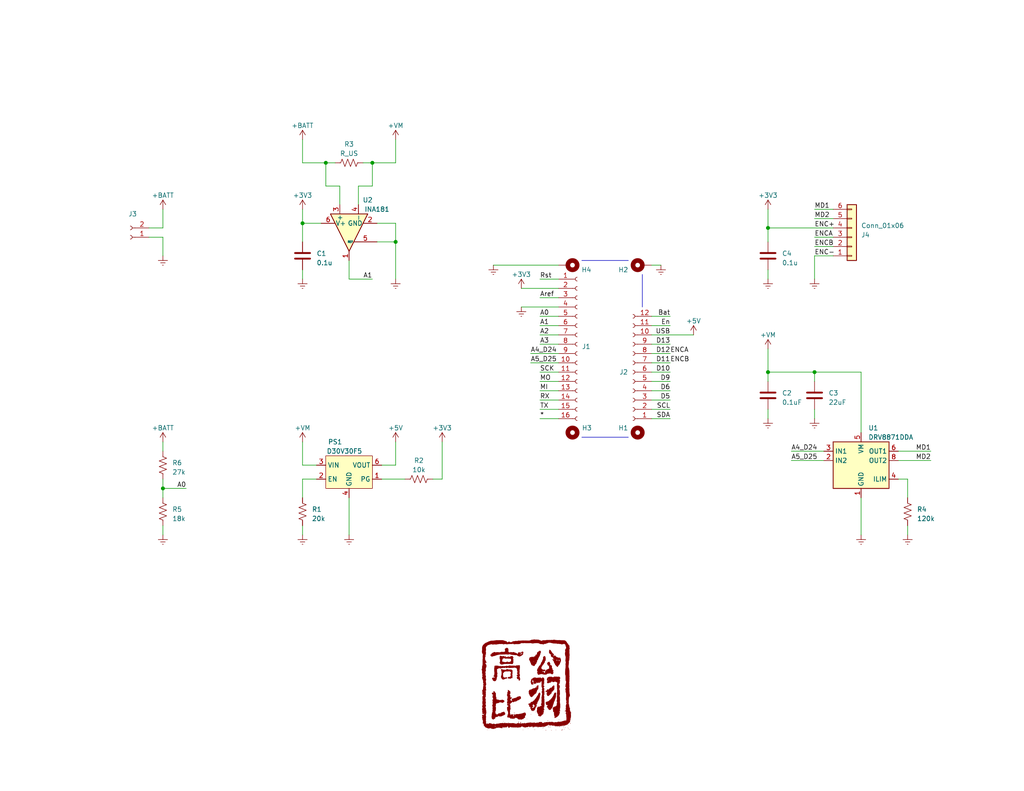
<source format=kicad_sch>
(kicad_sch (version 20230121) (generator eeschema)
  (paper "USLetter")
  (lib_symbols
    (symbol "Amplifier_Current:INA181" (pin_names (offset 0.127))
      (property "Reference" "U" (at 3.81 3.81 0))
      (property "Value" "INA181" (at 3.81 -2.54 0))
      (symbol "INA181_1_1"
        (pin output line (at 7.62 0 180) (length 2.54) (name "~") (number "1"))
        (pin power_in line (at -2.54 -7.62 90) (length 3.81) (name "GND") (number "2"))
        (pin input line (at -7.62 2.54 0) (length 2.54) (name "+") (number "3"))
        (pin input line (at -7.62 -2.54 0) (length 2.54) (name "-") (number "4"))
        (pin input line (at 2.54 -7.62 90) (length 6.35) (name "REF") (number "5"))
        (pin power_in line (at -2.54 7.62 270) (length 3.81) (name "V+") (number "6"))
      )
    )
    (symbol "Connector:Conn_01x02_Socket" (pin_names (offset 1.016) hide)
      (property "Reference" "J" (at 0 2.54 0))
      (property "Value" "Conn_01x02_Socket" (at 0 -5.08 0))
      (symbol "Conn_01x02_Socket_1_1"
        (pin passive line (at -5.08 0 0) (length 3.81) (name "Pin_1") (number "1"))
        (pin passive line (at -5.08 -2.54 0) (length 3.81) (name "Pin_2") (number "2"))
      )
    )
    (symbol "Connector:Conn_01x12_Socket" (pin_names (offset 1.016) hide)
      (property "Reference" "J" (at 0 15.24 0))
      (property "Value" "Conn_01x12_Socket" (at 0 -17.78 0))
      (symbol "Conn_01x12_Socket_1_1"
        (pin passive line (at -5.08 12.7 0) (length 3.81) (name "Pin_1") (number "1"))
        (pin passive line (at -5.08 -10.16 0) (length 3.81) (name "Pin_10") (number "10"))
        (pin passive line (at -5.08 -12.7 0) (length 3.81) (name "Pin_11") (number "11"))
        (pin passive line (at -5.08 -15.24 0) (length 3.81) (name "Pin_12") (number "12"))
        (pin passive line (at -5.08 10.16 0) (length 3.81) (name "Pin_2") (number "2"))
        (pin passive line (at -5.08 7.62 0) (length 3.81) (name "Pin_3") (number "3"))
        (pin passive line (at -5.08 5.08 0) (length 3.81) (name "Pin_4") (number "4"))
        (pin passive line (at -5.08 2.54 0) (length 3.81) (name "Pin_5") (number "5"))
        (pin passive line (at -5.08 0 0) (length 3.81) (name "Pin_6") (number "6"))
        (pin passive line (at -5.08 -2.54 0) (length 3.81) (name "Pin_7") (number "7"))
        (pin passive line (at -5.08 -5.08 0) (length 3.81) (name "Pin_8") (number "8"))
        (pin passive line (at -5.08 -7.62 0) (length 3.81) (name "Pin_9") (number "9"))
      )
    )
    (symbol "Connector:Conn_01x16_Socket" (pin_names (offset 1.016) hide)
      (property "Reference" "J" (at 0 20.32 0))
      (property "Value" "Conn_01x16_Socket" (at 0 -22.86 0))
      (symbol "Conn_01x16_Socket_1_1"
        (pin passive line (at -5.08 17.78 0) (length 3.81) (name "Pin_1") (number "1"))
        (pin passive line (at -5.08 -5.08 0) (length 3.81) (name "Pin_10") (number "10"))
        (pin passive line (at -5.08 -7.62 0) (length 3.81) (name "Pin_11") (number "11"))
        (pin passive line (at -5.08 -10.16 0) (length 3.81) (name "Pin_12") (number "12"))
        (pin passive line (at -5.08 -12.7 0) (length 3.81) (name "Pin_13") (number "13"))
        (pin passive line (at -5.08 -15.24 0) (length 3.81) (name "Pin_14") (number "14"))
        (pin passive line (at -5.08 -17.78 0) (length 3.81) (name "Pin_15") (number "15"))
        (pin passive line (at -5.08 -20.32 0) (length 3.81) (name "Pin_16") (number "16"))
        (pin passive line (at -5.08 15.24 0) (length 3.81) (name "Pin_2") (number "2"))
        (pin passive line (at -5.08 12.7 0) (length 3.81) (name "Pin_3") (number "3"))
        (pin passive line (at -5.08 10.16 0) (length 3.81) (name "Pin_4") (number "4"))
        (pin passive line (at -5.08 7.62 0) (length 3.81) (name "Pin_5") (number "5"))
        (pin passive line (at -5.08 5.08 0) (length 3.81) (name "Pin_6") (number "6"))
        (pin passive line (at -5.08 2.54 0) (length 3.81) (name "Pin_7") (number "7"))
        (pin passive line (at -5.08 0 0) (length 3.81) (name "Pin_8") (number "8"))
        (pin passive line (at -5.08 -2.54 0) (length 3.81) (name "Pin_9") (number "9"))
      )
    )
    (symbol "Connector_Generic:Conn_01x06" (pin_names (offset 1.016) hide)
      (property "Reference" "J" (at 0 7.62 0))
      (property "Value" "Conn_01x06" (at 0 -10.16 0))
      (symbol "Conn_01x06_1_1"
        (pin passive line (at -5.08 5.08 0) (length 3.81) (name "Pin_1") (number "1"))
        (pin passive line (at -5.08 2.54 0) (length 3.81) (name "Pin_2") (number "2"))
        (pin passive line (at -5.08 0 0) (length 3.81) (name "Pin_3") (number "3"))
        (pin passive line (at -5.08 -2.54 0) (length 3.81) (name "Pin_4") (number "4"))
        (pin passive line (at -5.08 -5.08 0) (length 3.81) (name "Pin_5") (number "5"))
        (pin passive line (at -5.08 -7.62 0) (length 3.81) (name "Pin_6") (number "6"))
      )
    )
    (symbol "Device:C" (pin_numbers hide) (pin_names (offset 0.254))
      (property "Reference" "C" (at 0.635 2.54 0))
      (property "Value" "C" (at 0.635 -2.54 0))
      (symbol "C_1_1"
        (pin passive line (at 0 3.81 270) (length 2.794) (name "~") (number "1"))
        (pin passive line (at 0 -3.81 90) (length 2.794) (name "~") (number "2"))
      )
    )
    (symbol "Device:R_US" (pin_numbers hide) (pin_names (offset 0))
      (property "Reference" "R" (at 2.54 0 90))
      (property "Value" "R_US" (at -2.54 0 90))
      (symbol "R_US_1_1"
        (pin passive line (at 0 3.81 270) (length 1.27) (name "~") (number "1"))
        (pin passive line (at 0 -3.81 90) (length 1.27) (name "~") (number "2"))
      )
    )
    (symbol "Driver_Motor:DRV8871DDA"
      (property "Reference" "U" (at -6.35 6.35 0))
      (property "Value" "DRV8871DDA" (at 8.89 6.35 0))
      (symbol "DRV8871DDA_1_1"
        (pin power_in line (at 0 -10.16 90) (length 2.54) (name "GND") (number "1"))
        (pin input line (at -10.16 0 0) (length 2.54) (name "IN2") (number "2"))
        (pin input line (at -10.16 2.54 0) (length 2.54) (name "IN1") (number "3"))
        (pin passive line (at 10.16 -5.08 180) (length 2.54) (name "ILIM") (number "4"))
        (pin power_in line (at 0 7.62 270) (length 2.54) (name "VM") (number "5"))
        (pin output line (at 10.16 2.54 180) (length 2.54) (name "OUT1") (number "6"))
        (pin passive line (at 0 -10.16 90) (length 2.54) hide (name "GND") (number "7"))
        (pin output line (at 10.16 0 180) (length 2.54) (name "OUT2") (number "8"))
        (pin passive line (at 0 -10.16 90) (length 2.54) hide (name "GND") (number "9"))
      )
    )
    (symbol "Mechanical:MountingHole" (pin_names (offset 1.016))
      (property "Reference" "H" (at 0 5.08 0))
      (property "Value" "MountingHole" (at 0 3.175 0))
    )
    (symbol "Mechanical:MountingHole_Pad" (pin_numbers hide) (pin_names (offset 1.016) hide)
      (property "Reference" "H" (at 0 6.35 0))
      (property "Value" "MountingHole_Pad" (at 0 4.445 0))
      (symbol "MountingHole_Pad_1_1"
        (pin input line (at 0 -2.54 90) (length 2.54) (name "1") (number "1"))
      )
    )
    (symbol "power:+3V3" (power) (pin_names (offset 0))
      (property "Value" "+3V3" (at 0 3.556 0))
      (symbol "+3V3_1_1"
        (pin power_in line (at 0 0 90) (length 0) hide (name "+3V3") (number "1"))
      )
    )
    (symbol "power:+5V" (power) (pin_names (offset 0))
      (property "Value" "+5V" (at 0 3.556 0))
      (symbol "+5V_1_1"
        (pin power_in line (at 0 0 90) (length 0) hide (name "+5V") (number "1"))
      )
    )
    (symbol "power:+BATT" (power) (pin_names (offset 0))
      (property "Value" "+BATT" (at 0 3.556 0))
      (symbol "+BATT_1_1"
        (pin power_in line (at 0 0 90) (length 0) hide (name "+BATT") (number "1"))
      )
    )
    (symbol "power:GNDREF" (power) (pin_names (offset 0))
      (property "Value" "GNDREF" (at 0 -3.81 0))
      (symbol "GNDREF_1_1"
        (pin power_in line (at 0 0 270) (length 0) hide (name "GNDREF") (number "1"))
      )
    )
    (symbol "trainwing_symbols:+VM" (power) (in_bom no) (on_board no)
      (property "Value" "+VM" (at 0 3.556 0))
      (symbol "+VM_1_1"
        (pin power_in line (at 0 0 90) (length 0) hide (name "+VM") (number "1"))
      )
    )
    (symbol "trainwing_symbols:D30V30F5"
      (property "Reference" "PS" (at -5.08 5.08 0))
      (symbol "D30V30F5_1_1"
        (pin output line (at 8.89 -2.54 180) (length 2.54) (name "PG") (number "1"))
        (pin input line (at -8.89 -2.54 0) (length 2.54) (name "EN") (number "2"))
        (pin power_in line (at -8.89 1.27 0) (length 2.54) (name "VIN") (number "3"))
        (pin passive line (at 0 -7.62 90) (length 2.54) (name "GND") (number "4"))
        (pin power_out line (at 8.89 1.27 180) (length 2.54) (name "VOUT") (number "6"))
      )
    )
    (symbol "trainwing_symbols:LOGO" (pin_names (offset 1.016)))
  )
  (junction (at 88.9 44.45))
  (junction (at 101.6 44.45))
  (junction (at 209.55 62.23))
  (junction (at 209.55 101.6))
  (junction (at 44.45 133.35))
  (junction (at 107.95 66.04))
  (junction (at 222.25 101.6))
  (junction (at 82.55 60.96))
  (wire (pts (xy 222.25 69.85) (xy 227.33 69.85)))
  (wire (pts (xy 182.88 114.3) (xy 177.8 114.3)))
  (wire (pts (xy 234.95 101.6) (xy 234.95 118.11)))
  (wire (pts (xy 147.32 76.2) (xy 152.4 76.2)))
  (wire (pts (xy 215.9 123.19) (xy 224.79 123.19)))
  (wire (pts (xy 222.25 67.31) (xy 227.33 67.31)))
  (wire (pts (xy 82.55 143.51) (xy 82.55 146.05)))
  (wire (pts (xy 40.64 62.23) (xy 44.45 62.23)))
  (wire (pts (xy 107.95 66.04) (xy 107.95 76.2)))
  (wire (pts (xy 82.55 38.1) (xy 82.55 44.45)))
  (wire (pts (xy 209.55 95.25) (xy 209.55 101.6)))
  (wire (pts (xy 182.88 104.14) (xy 177.8 104.14)))
  (wire (pts (xy 182.88 93.98) (xy 177.8 93.98)))
  (wire (pts (xy 44.45 62.23) (xy 44.45 57.15)))
  (wire (pts (xy 182.88 111.76) (xy 177.8 111.76)))
  (wire (pts (xy 107.95 120.65) (xy 107.95 127)))
  (wire (pts (xy 209.55 57.15) (xy 209.55 62.23)))
  (wire (pts (xy 144.78 99.06) (xy 152.4 99.06)))
  (wire (pts (xy 234.95 135.89) (xy 234.95 146.05)))
  (wire (pts (xy 177.8 72.39) (xy 180.34 72.39)))
  (polyline (pts (xy 158.75 71.12) (xy 171.45 71.12)))
  (wire (pts (xy 209.55 114.3) (xy 209.55 111.76)))
  (wire (pts (xy 222.25 101.6) (xy 234.95 101.6)))
  (wire (pts (xy 147.32 114.3) (xy 152.4 114.3)))
  (wire (pts (xy 86.36 130.81) (xy 82.55 130.81)))
  (wire (pts (xy 147.32 91.44) (xy 152.4 91.44)))
  (wire (pts (xy 142.24 83.82) (xy 152.4 83.82)))
  (wire (pts (xy 87.63 60.96) (xy 82.55 60.96)))
  (wire (pts (xy 147.32 109.22) (xy 152.4 109.22)))
  (wire (pts (xy 101.6 44.45) (xy 99.06 44.45)))
  (wire (pts (xy 107.95 127) (xy 104.14 127)))
  (wire (pts (xy 147.32 104.14) (xy 152.4 104.14)))
  (wire (pts (xy 88.9 44.45) (xy 91.44 44.45)))
  (wire (pts (xy 147.32 81.28) (xy 152.4 81.28)))
  (wire (pts (xy 222.25 76.2) (xy 222.25 69.85)))
  (polyline (pts (xy 175.26 74.93) (xy 175.26 83.82)))
  (wire (pts (xy 44.45 146.05) (xy 44.45 143.51)))
  (wire (pts (xy 182.88 106.68) (xy 177.8 106.68)))
  (wire (pts (xy 44.45 130.81) (xy 44.45 133.35)))
  (wire (pts (xy 44.45 133.35) (xy 44.45 135.89)))
  (wire (pts (xy 147.32 111.76) (xy 152.4 111.76)))
  (wire (pts (xy 120.65 130.81) (xy 118.11 130.81)))
  (wire (pts (xy 222.25 104.14) (xy 222.25 101.6)))
  (wire (pts (xy 82.55 44.45) (xy 88.9 44.45)))
  (wire (pts (xy 222.25 114.3) (xy 222.25 111.76)))
  (wire (pts (xy 82.55 127) (xy 86.36 127)))
  (wire (pts (xy 44.45 133.35) (xy 50.8 133.35)))
  (wire (pts (xy 142.24 78.74) (xy 152.4 78.74)))
  (wire (pts (xy 92.71 55.88) (xy 92.71 50.8)))
  (wire (pts (xy 222.25 57.15) (xy 227.33 57.15)))
  (wire (pts (xy 44.45 123.19) (xy 44.45 120.65)))
  (wire (pts (xy 209.55 104.14) (xy 209.55 101.6)))
  (wire (pts (xy 182.88 99.06) (xy 177.8 99.06)))
  (wire (pts (xy 147.32 93.98) (xy 152.4 93.98)))
  (wire (pts (xy 102.87 60.96) (xy 107.95 60.96)))
  (wire (pts (xy 215.9 125.73) (xy 224.79 125.73)))
  (wire (pts (xy 97.79 55.88) (xy 97.79 50.8)))
  (wire (pts (xy 247.65 135.89) (xy 247.65 130.81)))
  (wire (pts (xy 247.65 143.51) (xy 247.65 146.05)))
  (wire (pts (xy 88.9 50.8) (xy 88.9 44.45)))
  (wire (pts (xy 104.14 130.81) (xy 110.49 130.81)))
  (wire (pts (xy 107.95 38.1) (xy 107.95 44.45)))
  (wire (pts (xy 147.32 88.9) (xy 152.4 88.9)))
  (wire (pts (xy 82.55 60.96) (xy 82.55 66.04)))
  (wire (pts (xy 82.55 120.65) (xy 82.55 127)))
  (wire (pts (xy 82.55 73.66) (xy 82.55 76.2)))
  (wire (pts (xy 95.25 76.2) (xy 101.6 76.2)))
  (wire (pts (xy 82.55 57.15) (xy 82.55 60.96)))
  (wire (pts (xy 82.55 130.81) (xy 82.55 135.89)))
  (wire (pts (xy 182.88 109.22) (xy 177.8 109.22)))
  (wire (pts (xy 147.32 106.68) (xy 152.4 106.68)))
  (wire (pts (xy 101.6 50.8) (xy 101.6 44.45)))
  (wire (pts (xy 222.25 59.69) (xy 227.33 59.69)))
  (wire (pts (xy 245.11 125.73) (xy 254 125.73)))
  (wire (pts (xy 144.78 96.52) (xy 152.4 96.52)))
  (wire (pts (xy 182.88 96.52) (xy 177.8 96.52)))
  (wire (pts (xy 182.88 88.9) (xy 177.8 88.9)))
  (wire (pts (xy 95.25 71.12) (xy 95.25 76.2)))
  (wire (pts (xy 222.25 101.6) (xy 209.55 101.6)))
  (wire (pts (xy 245.11 123.19) (xy 254 123.19)))
  (wire (pts (xy 107.95 66.04) (xy 102.87 66.04)))
  (wire (pts (xy 44.45 64.77) (xy 44.45 69.85)))
  (wire (pts (xy 107.95 44.45) (xy 101.6 44.45)))
  (wire (pts (xy 182.88 86.36) (xy 177.8 86.36)))
  (wire (pts (xy 95.25 135.89) (xy 95.25 146.05)))
  (wire (pts (xy 134.62 72.39) (xy 152.4 72.39)))
  (wire (pts (xy 182.88 101.6) (xy 177.8 101.6)))
  (wire (pts (xy 120.65 120.65) (xy 120.65 130.81)))
  (wire (pts (xy 107.95 60.96) (xy 107.95 66.04)))
  (wire (pts (xy 177.8 91.44) (xy 189.23 91.44)))
  (wire (pts (xy 97.79 50.8) (xy 101.6 50.8)))
  (polyline (pts (xy 158.75 119.38) (xy 171.45 119.38)))
  (wire (pts (xy 209.55 62.23) (xy 227.33 62.23)))
  (wire (pts (xy 247.65 130.81) (xy 245.11 130.81)))
  (wire (pts (xy 209.55 76.2) (xy 209.55 73.66)))
  (wire (pts (xy 147.32 86.36) (xy 152.4 86.36)))
  (wire (pts (xy 222.25 64.77) (xy 227.33 64.77)))
  (wire (pts (xy 92.71 50.8) (xy 88.9 50.8)))
  (wire (pts (xy 147.32 101.6) (xy 152.4 101.6)))
  (wire (pts (xy 209.55 66.04) (xy 209.55 62.23)))
  (wire (pts (xy 40.64 64.77) (xy 44.45 64.77)))
  (label "SDA" (at 182.88 114.3 180))
  (label "A5_D25" (at 144.78 99.06 0))
  (label "D11" (at 182.88 99.06 180))
  (label "ENC+" (at 222.25 62.23 0))
  (label "Bat" (at 182.88 86.36 180))
  (label "A1" (at 101.6 76.2 180))
  (label "A4_D24" (at 144.78 96.52 0))
  (label "SCK" (at 147.32 101.6 0))
  (label "A5_D25" (at 215.9 125.73 0))
  (label "SCL" (at 182.88 111.76 180))
  (label "D6" (at 182.88 106.68 180))
  (label "ENCB" (at 222.25 67.31 0))
  (label "MD1" (at 222.25 57.15 0))
  (label "*" (at 147.32 114.3 0))
  (label "ENC-" (at 222.25 69.85 0))
  (label "MD2" (at 254 125.73 180))
  (label "A0" (at 147.32 86.36 0))
  (label "TX" (at 147.32 111.76 0))
  (label "ENCA" (at 182.88 96.52 0))
  (label "Aref" (at 147.32 81.28 0))
  (label "Rst" (at 147.32 76.2 0))
  (label "MI" (at 147.32 106.68 0))
  (label "D9" (at 182.88 104.14 180))
  (label "ENCA" (at 222.25 64.77 0))
  (label "A3" (at 147.32 93.98 0))
  (label "RX" (at 147.32 109.22 0))
  (label "A2" (at 147.32 91.44 0))
  (label "MD1" (at 254 123.19 180))
  (label "MO" (at 147.32 104.14 0))
  (label "USB" (at 182.88 91.44 180))
  (label "D5" (at 182.88 109.22 180))
  (label "D12" (at 182.88 96.52 180))
  (label "A1" (at 147.32 88.9 0))
  (label "MD2" (at 222.25 59.69 0))
  (label "A0" (at 50.8 133.35 180))
  (label "ENCB" (at 182.88 99.06 0))
  (label "D13" (at 182.88 93.98 180))
  (label "D10" (at 182.88 101.6 180))
  (label "En" (at 182.88 88.9 180))
  (label "A4_D24" (at 215.9 123.19 0))
  (symbol (lib_id "power:GNDREF") (at 234.95 146.05 0) (unit 1)
    (property "Reference" "#PWR011" (effects hide))
    (property "Value" "GNDREF" (effects hide))
  )
  (symbol (lib_id "Mechanical:MountingHole_Pad") (at 154.94 72.39 270) (mirror x) (unit 1)
    (property "Reference" "H4" (at 160.02 73.66 90))
    (property "Value" "MountingHole_Pad" (effects hide))
    (property "Footprint" "Trainwing:MountingHole_2.55mm_Pad_TopBottom" (effects hide))
  )
  (symbol (lib_id "power:GNDREF") (at 180.34 72.39 0) (unit 1)
    (property "Reference" "#PWR01" (effects hide))
    (property "Value" "GNDREF" (effects hide))
  )
  (symbol (lib_id "power:GNDREF") (at 95.25 146.05 0) (unit 1)
    (property "Reference" "#PWR05" (effects hide))
    (property "Value" "GNDREF" (effects hide))
  )
  (symbol (lib_id "power:GNDREF") (at 222.25 114.3 0) (unit 1)
    (property "Reference" "#PWR017" (effects hide))
    (property "Value" "GNDREF" (effects hide))
  )
  (symbol (lib_id "power:GNDREF") (at 209.55 76.2 0) (unit 1)
    (property "Reference" "#PWR024" (effects hide))
    (property "Value" "GNDREF" (effects hide))
  )
  (symbol (lib_id "Device:R_US") (at 247.65 139.7 0) (unit 1)
    (property "Reference" "R4" (at 250.19 139.065 0) (effects (justify left)))
    (property "Value" "120k" (at 250.19 141.605 0) (effects (justify left)))
    (property "Footprint" "Resistor_SMD:R_0805_2012Metric_Pad1.20x1.40mm_HandSolder" (effects hide))
  )
  (symbol (lib_id "Device:R_US") (at 95.25 44.45 90) (unit 1)
    (property "Reference" "R3" (at 95.25 39.37 90))
    (property "Value" "R_US" (at 95.25 41.91 90))
  )
  (symbol (lib_id "power:GNDREF") (at 107.95 76.2 0) (unit 1)
    (property "Reference" "#PWR010" (effects hide))
    (property "Value" "GNDREF" (effects hide))
  )
  (symbol (lib_id "power:+5V") (at 189.23 91.44 0) (unit 1)
    (property "Reference" "#PWR021" (effects hide))
    (property "Value" "+5V" (at 189.23 87.63 0))
  )
  (symbol (lib_id "Connector:Conn_01x16_Socket") (at 157.48 93.98 0) (unit 1)
    (property "Reference" "J1" (at 158.75 94.615 0) (effects (justify left)))
    (property "Value" "Conn_01x16_Socket" (effects hide))
    (property "Footprint" "Connector_PinSocket_2.54mm:PinSocket_1x16_P2.54mm_Vertical" (effects hide))
  )
  (symbol (lib_id "power:GNDREF") (at 209.55 114.3 0) (unit 1)
    (property "Reference" "#PWR016" (effects hide))
    (property "Value" "GNDREF" (effects hide))
  )
  (symbol (lib_id "power:GNDREF") (at 142.24 83.82 0) (unit 1)
    (property "Reference" "#PWR04" (effects hide))
    (property "Value" "GNDREF" (effects hide))
  )
  (symbol (lib_id "Device:C") (at 82.55 69.85 0) (unit 1)
    (property "Reference" "C1" (at 86.36 69.215 0) (effects (justify left)))
    (property "Value" "0.1u" (at 86.36 71.755 0) (effects (justify left)))
    (property "Footprint" "Capacitor_SMD:C_0805_2012Metric_Pad1.18x1.45mm_HandSolder" (effects hide))
  )
  (symbol (lib_id "Mechanical:MountingHole") (at 156.21 118.11 0) (mirror x) (unit 1)
    (property "Reference" "H3" (at 158.75 116.84 0) (effects (justify left)))
    (property "Value" "MountingHole" (effects hide))
    (property "Footprint" "Trainwing:MountingHole_2.55mm" (effects hide))
  )
  (symbol (lib_id "power:+BATT") (at 44.45 120.65 0) (unit 1)
    (property "Reference" "#PWR018" (effects hide))
    (property "Value" "+BATT" (at 44.45 116.84 0))
  )
  (symbol (lib_id "power:GNDREF") (at 134.62 72.39 0) (unit 1)
    (property "Reference" "#PWR02" (effects hide))
    (property "Value" "GNDREF" (effects hide))
  )
  (symbol (lib_id "Connector_Generic:Conn_01x06") (at 232.41 64.77 0) (mirror x) (unit 1)
    (property "Reference" "J4" (at 234.95 64.135 0) (effects (justify left)))
    (property "Value" "Conn_01x06" (at 234.95 61.595 0) (effects (justify left)))
    (property "Footprint" "Connector_JST:JST_PH_S6B-PH-K_1x06_P2.00mm_Horizontal" (effects hide))
  )
  (symbol (lib_id "power:+3V3") (at 209.55 57.15 0) (unit 1)
    (property "Reference" "#PWR022" (effects hide))
    (property "Value" "+3V3" (at 209.55 53.34 0))
  )
  (symbol (lib_id "power:+5V") (at 107.95 120.65 0) (unit 1)
    (property "Reference" "#PWR07" (effects hide))
    (property "Value" "+5V" (at 107.95 116.84 0))
  )
  (symbol (lib_id "power:GNDREF") (at 82.55 146.05 0) (unit 1)
    (property "Reference" "#PWR09" (effects hide))
    (property "Value" "GNDREF" (effects hide))
  )
  (symbol (lib_id "Connector:Conn_01x12_Socket") (at 172.72 101.6 180) (unit 1)
    (property "Reference" "J2" (at 170.18 101.6 0))
    (property "Value" "Conn_01x12_Socket" (effects hide))
    (property "Footprint" "Connector_PinSocket_2.54mm:PinSocket_1x12_P2.54mm_Vertical" (effects hide))
  )
  (symbol (lib_id "Device:C") (at 209.55 69.85 180) (unit 1)
    (property "Reference" "C4" (at 213.36 69.215 0) (effects (justify right)))
    (property "Value" "0.1u" (at 213.36 71.755 0) (effects (justify right)))
    (property "Footprint" "Capacitor_SMD:C_0805_2012Metric_Pad1.18x1.45mm_HandSolder" (effects hide))
  )
  (symbol (lib_id "Device:C") (at 222.25 107.95 180) (unit 1)
    (property "Reference" "C3" (at 226.06 107.315 0) (effects (justify right)))
    (property "Value" "22uF" (at 226.06 109.855 0) (effects (justify right)))
    (property "Footprint" "Capacitor_SMD:C_0805_2012Metric_Pad1.18x1.45mm_HandSolder" (effects hide))
  )
  (symbol (lib_id "trainwing_symbols:+VM") (at 82.55 120.65 0) (unit 1) (in_bom no) (on_board no)
    (property "Reference" "#PWR012" (effects hide))
    (property "Value" "+VM" (at 82.55 116.84 0))
  )
  (symbol (lib_id "Device:R_US") (at 82.55 139.7 0) (unit 1)
    (property "Reference" "R1" (at 85.09 139.065 0) (effects (justify left)))
    (property "Value" "20k" (at 85.09 141.605 0) (effects (justify left)))
    (property "Footprint" "Resistor_SMD:R_0805_2012Metric_Pad1.20x1.40mm_HandSolder" (effects hide))
  )
  (symbol (lib_id "Device:C") (at 209.55 107.95 180) (unit 1)
    (property "Reference" "C2" (at 213.36 107.315 0) (effects (justify right)))
    (property "Value" "0.1uF" (at 213.36 109.855 0) (effects (justify right)))
    (property "Footprint" "Capacitor_SMD:C_0805_2012Metric_Pad1.18x1.45mm_HandSolder" (effects hide))
  )
  (symbol (lib_id "power:+BATT") (at 82.55 38.1 0) (unit 1)
    (property "Reference" "#PWR027" (effects hide))
    (property "Value" "+BATT" (at 82.55 34.29 0))
  )
  (symbol (lib_id "power:+3V3") (at 142.24 78.74 0) (unit 1)
    (property "Reference" "#PWR03" (effects hide))
    (property "Value" "+3V3" (at 142.24 74.93 0))
  )
  (symbol (lib_id "trainwing_symbols:LOGO") (at 143.51 186.69 0) (unit 1)
    (property "Reference" "#G3" (effects hide))
    (property "Value" "LOGO" (effects hide))
  )
  (symbol (lib_id "power:GNDREF") (at 44.45 69.85 0) (unit 1)
    (property "Reference" "#PWR013" (effects hide))
    (property "Value" "GNDREF" (effects hide))
  )
  (symbol (lib_id "power:GNDREF") (at 247.65 146.05 0) (unit 1)
    (property "Reference" "#PWR020" (effects hide))
    (property "Value" "GNDREF" (effects hide))
  )
  (symbol (lib_id "trainwing_symbols:+VM") (at 107.95 38.1 0) (unit 1) (in_bom no) (on_board no)
    (property "Reference" "#PWR06" (effects hide))
    (property "Value" "+VM" (at 107.95 34.29 0))
  )
  (symbol (lib_id "Mechanical:MountingHole") (at 173.99 118.11 180) (unit 1)
    (property "Reference" "H1" (at 171.45 116.84 0) (effects (justify left)))
    (property "Value" "MountingHole" (effects hide))
    (property "Footprint" "Trainwing:MountingHole_2.55mm" (effects hide))
  )
  (symbol (lib_id "power:+3V3") (at 82.55 57.15 0) (unit 1)
    (property "Reference" "#PWR014" (effects hide))
    (property "Value" "+3V3" (at 82.55 53.34 0))
  )
  (symbol (lib_id "power:+3V3") (at 120.65 120.65 0) (unit 1)
    (property "Reference" "#PWR08" (effects hide))
    (property "Value" "+3V3" (at 120.65 116.84 0))
  )
  (symbol (lib_id "power:GNDREF") (at 222.25 76.2 0) (unit 1)
    (property "Reference" "#PWR023" (effects hide))
    (property "Value" "GNDREF" (effects hide))
  )
  (symbol (lib_id "power:GNDREF") (at 44.45 146.05 0) (unit 1)
    (property "Reference" "#PWR026" (effects hide))
    (property "Value" "GNDREF" (effects hide))
  )
  (symbol (lib_id "power:GNDREF") (at 82.55 76.2 0) (unit 1)
    (property "Reference" "#PWR015" (effects hide))
    (property "Value" "GNDREF" (effects hide))
  )
  (symbol (lib_id "Mechanical:MountingHole_Pad") (at 175.26 72.39 90) (unit 1)
    (property "Reference" "H2" (at 171.45 73.66 90) (effects (justify left)))
    (property "Value" "MountingHole_Pad" (effects hide))
    (property "Footprint" "Trainwing:MountingHole_2.55mm_Pad_TopBottom" (effects hide))
  )
  (symbol (lib_id "Device:R_US") (at 44.45 127 0) (unit 1)
    (property "Reference" "R6" (at 46.99 126.365 0) (effects (justify left)))
    (property "Value" "27k" (at 46.99 128.905 0) (effects (justify left)))
    (property "Footprint" "Resistor_SMD:R_0805_2012Metric_Pad1.20x1.40mm_HandSolder" (effects hide))
  )
  (symbol (lib_id "trainwing_symbols:+VM") (at 209.55 95.25 0) (unit 1) (in_bom no) (on_board no)
    (property "Reference" "#PWR019" (effects hide))
    (property "Value" "+VM" (at 209.55 91.44 0))
  )
  (symbol (lib_id "power:+BATT") (at 44.45 57.15 0) (unit 1)
    (property "Reference" "#PWR025" (effects hide))
    (property "Value" "+BATT" (at 44.45 53.34 0))
  )
  (symbol (lib_id "trainwing_symbols:D30V30F5") (at 95.25 128.27 0) (unit 1)
    (property "Reference" "PS1" (at 91.44 120.65 0))
    (property "Value" "D30V30F5" (at 93.98 123.19 0))
    (property "Footprint" "Trainwing:D30V30F5" (effects hide))
  )
  (symbol (lib_id "Connector:Conn_01x02_Socket") (at 35.56 64.77 180) (unit 1)
    (property "Reference" "J3" (at 36.195 58.42 0))
    (property "Value" "Conn_01x02_Socket" (effects hide))
    (property "Footprint" "Trainwing:AMASS_XT30PW-M_1x02_P2.50mm_Horizontal" (effects hide))
  )
  (symbol (lib_id "Device:R_US") (at 44.45 139.7 0) (unit 1)
    (property "Reference" "R5" (at 46.99 139.065 0) (effects (justify left)))
    (property "Value" "18k" (at 46.99 141.605 0) (effects (justify left)))
    (property "Footprint" "Resistor_SMD:R_0805_2012Metric_Pad1.20x1.40mm_HandSolder" (effects hide))
  )
  (symbol (lib_id "Driver_Motor:DRV8871DDA") (at 234.95 125.73 0) (unit 1)
    (property "Reference" "U1" (at 236.9059 116.84 0) (effects (justify left)))
    (property "Value" "DRV8871DDA" (at 236.9059 119.38 0) (effects (justify left)))
    (property "Footprint" "Package_SO:Texas_HTSOP-8-1EP_3.9x4.9mm_P1.27mm_EP2.95x4.9mm_Mask2.4x3.1mm_ThermalVias" (effects hide))
    (property "Datasheet" "http://www.ti.com/lit/ds/symlink/drv8871.pdf" (effects hide))
  )
  (symbol (lib_id "Amplifier_Current:INA181") (at 95.25 63.5 90) (mirror x) (unit 1)
    (property "Reference" "U2" (at 100.33 54.61 90))
    (property "Value" "INA181" (at 102.87 57.15 90))
    (property "Footprint" "Package_TO_SOT_SMD:SOT-23-6" (effects hide))
    (property "Datasheet" "http://www.ti.com/lit/ds/symlink/ina181.pdf" (effects hide))
  )
  (symbol (lib_id "Device:R_US") (at 114.3 130.81 90) (unit 1)
    (property "Reference" "R2" (at 114.3 125.73 90))
    (property "Value" "10k" (at 114.3 128.27 90))
    (property "Footprint" "Resistor_SMD:R_0805_2012Metric_Pad1.20x1.40mm_HandSolder" (effects hide))
  )
)
</source>
